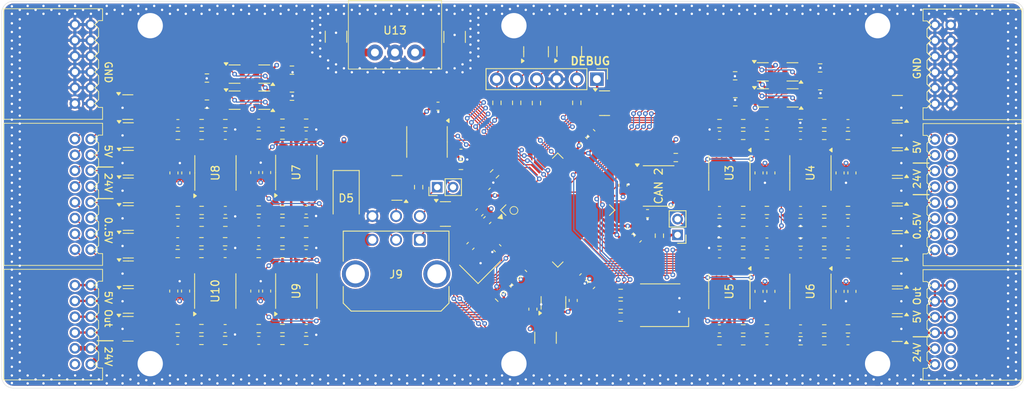
<source format=kicad_pcb>
(kicad_pcb
	(version 20240108)
	(generator "pcbnew")
	(generator_version "8.0")
	(general
		(thickness 1.6)
		(legacy_teardrops no)
	)
	(paper "A4")
	(layers
		(0 "F.Cu" signal)
		(1 "In1.Cu" signal)
		(2 "In2.Cu" signal)
		(31 "B.Cu" signal)
		(32 "B.Adhes" user "B.Adhesive")
		(33 "F.Adhes" user "F.Adhesive")
		(34 "B.Paste" user)
		(35 "F.Paste" user)
		(36 "B.SilkS" user "B.Silkscreen")
		(37 "F.SilkS" user "F.Silkscreen")
		(38 "B.Mask" user)
		(39 "F.Mask" user)
		(40 "Dwgs.User" user "User.Drawings")
		(41 "Cmts.User" user "User.Comments")
		(42 "Eco1.User" user "User.Eco1")
		(43 "Eco2.User" user "User.Eco2")
		(44 "Edge.Cuts" user)
		(45 "Margin" user)
		(46 "B.CrtYd" user "B.Courtyard")
		(47 "F.CrtYd" user "F.Courtyard")
		(48 "B.Fab" user)
		(49 "F.Fab" user)
		(50 "User.1" user)
		(51 "User.2" user)
		(52 "User.3" user)
		(53 "User.4" user)
		(54 "User.5" user)
		(55 "User.6" user)
		(56 "User.7" user)
		(57 "User.8" user)
		(58 "User.9" user)
	)
	(setup
		(stackup
			(layer "F.SilkS"
				(type "Top Silk Screen")
			)
			(layer "F.Paste"
				(type "Top Solder Paste")
			)
			(layer "F.Mask"
				(type "Top Solder Mask")
				(color "Black")
				(thickness 0.01)
			)
			(layer "F.Cu"
				(type "copper")
				(thickness 0.035)
			)
			(layer "dielectric 1"
				(type "prepreg")
				(thickness 0.1)
				(material "FR4")
				(epsilon_r 4.5)
				(loss_tangent 0.02)
			)
			(layer "In1.Cu"
				(type "copper")
				(thickness 0.035)
			)
			(layer "dielectric 2"
				(type "core")
				(thickness 1.24)
				(material "FR4")
				(epsilon_r 4.5)
				(loss_tangent 0.02)
			)
			(layer "In2.Cu"
				(type "copper")
				(thickness 0.035)
			)
			(layer "dielectric 3"
				(type "prepreg")
				(thickness 0.1)
				(material "FR4")
				(epsilon_r 4.5)
				(loss_tangent 0.02)
			)
			(layer "B.Cu"
				(type "copper")
				(thickness 0.035)
			)
			(layer "B.Mask"
				(type "Bottom Solder Mask")
				(color "Black")
				(thickness 0.01)
			)
			(layer "B.Paste"
				(type "Bottom Solder Paste")
			)
			(layer "B.SilkS"
				(type "Bottom Silk Screen")
			)
			(copper_finish "None")
			(dielectric_constraints no)
		)
		(pad_to_mask_clearance 0)
		(allow_soldermask_bridges_in_footprints no)
		(pcbplotparams
			(layerselection 0x00010fc_ffffffff)
			(plot_on_all_layers_selection 0x0000000_00000000)
			(disableapertmacros no)
			(usegerberextensions no)
			(usegerberattributes yes)
			(usegerberadvancedattributes yes)
			(creategerberjobfile yes)
			(dashed_line_dash_ratio 12.000000)
			(dashed_line_gap_ratio 3.000000)
			(svgprecision 4)
			(plotframeref no)
			(viasonmask no)
			(mode 1)
			(useauxorigin no)
			(hpglpennumber 1)
			(hpglpenspeed 20)
			(hpglpendiameter 15.000000)
			(pdf_front_fp_property_popups yes)
			(pdf_back_fp_property_popups yes)
			(dxfpolygonmode yes)
			(dxfimperialunits yes)
			(dxfusepcbnewfont yes)
			(psnegative no)
			(psa4output no)
			(plotreference yes)
			(plotvalue yes)
			(plotfptext yes)
			(plotinvisibletext no)
			(sketchpadsonfab no)
			(subtractmaskfromsilk no)
			(outputformat 1)
			(mirror no)
			(drillshape 1)
			(scaleselection 1)
			(outputdirectory "")
		)
	)
	(net 0 "")
	(net 1 "GND")
	(net 2 "/A8")
	(net 3 "/WS1")
	(net 4 "/A11")
	(net 5 "/A7")
	(net 6 "/A1")
	(net 7 "/STATUS1")
	(net 8 "/A5")
	(net 9 "/A12")
	(net 10 "/D2")
	(net 11 "+3V3")
	(net 12 "/A14")
	(net 13 "/A10")
	(net 14 "/SWDIO")
	(net 15 "/WS2")
	(net 16 "/A13")
	(net 17 "/A16")
	(net 18 "/SWCLK")
	(net 19 "/D5")
	(net 20 "/D1")
	(net 21 "/CAN2_TX")
	(net 22 "/A15")
	(net 23 "/A6")
	(net 24 "/D4")
	(net 25 "/STATUS2")
	(net 26 "/CAN1_RX")
	(net 27 "/A4")
	(net 28 "/CAN1_TX")
	(net 29 "/CAN2_RX")
	(net 30 "/A3")
	(net 31 "/A9")
	(net 32 "/A2")
	(net 33 "/D6")
	(net 34 "/D3")
	(net 35 "Net-(C4-Pad1)")
	(net 36 "Net-(U3A-+)")
	(net 37 "Net-(U3D-+)")
	(net 38 "Net-(U3A--)")
	(net 39 "Net-(U3D--)")
	(net 40 "Net-(U4A-+)")
	(net 41 "Net-(U4D-+)")
	(net 42 "Net-(U4A--)")
	(net 43 "Net-(U4D--)")
	(net 44 "Net-(U5A-+)")
	(net 45 "Net-(U5D-+)")
	(net 46 "Net-(U5A--)")
	(net 47 "Net-(U5D--)")
	(net 48 "Net-(U6A-+)")
	(net 49 "Net-(U6D-+)")
	(net 50 "Net-(U6A--)")
	(net 51 "Net-(C19-Pad1)")
	(net 52 "Net-(U6D--)")
	(net 53 "Net-(C38-Pad1)")
	(net 54 "Net-(U3B-+)")
	(net 55 "Net-(U3C-+)")
	(net 56 "Net-(U4B-+)")
	(net 57 "Net-(U4C-+)")
	(net 58 "Net-(U5B-+)")
	(net 59 "Net-(U5C-+)")
	(net 60 "Net-(U6B-+)")
	(net 61 "Net-(U6C-+)")
	(net 62 "+5V")
	(net 63 "/SWO")
	(net 64 "/NRST")
	(net 65 "/STATUS_B")
	(net 66 "/STATUS_G")
	(net 67 "/STATUS_R")
	(net 68 "Net-(U12-STB)")
	(net 69 "/CAN1_H")
	(net 70 "/CAN1_L")
	(net 71 "/CAN2_L")
	(net 72 "/CAN2_H")
	(net 73 "Net-(U2-PH1)")
	(net 74 "Net-(U2-PH0)")
	(net 75 "Net-(C20-Pad1)")
	(net 76 "Net-(C25-Pad1)")
	(net 77 "Net-(C26-Pad1)")
	(net 78 "Net-(C31-Pad1)")
	(net 79 "Net-(C32-Pad1)")
	(net 80 "Net-(C37-Pad1)")
	(net 81 "Net-(D2-A1)")
	(net 82 "Net-(D2-A2)")
	(net 83 "Net-(D3-A1)")
	(net 84 "Net-(D3-A2)")
	(net 85 "Net-(D4-AR)")
	(net 86 "Net-(D4-AB)")
	(net 87 "Net-(D4-AG)")
	(net 88 "Net-(JP3-A)")
	(net 89 "Net-(JP4-A)")
	(net 90 "Net-(U2-BOOT0)")
	(net 91 "Net-(U11-STB)")
	(net 92 "unconnected-(U1-NC-Pad5)")
	(net 93 "unconnected-(U1-NC-Pad4)")
	(net 94 "unconnected-(U2-PC13-Pad2)")
	(net 95 "unconnected-(U2-PC14-Pad3)")
	(net 96 "unconnected-(U2-PC15-Pad4)")
	(net 97 "+24V")
	(net 98 "/JR1")
	(net 99 "/JR2")
	(net 100 "/JR3")
	(net 101 "/JR4")
	(net 102 "/JR6")
	(net 103 "/JR5")
	(net 104 "/JR7")
	(net 105 "/JR8")
	(net 106 "/JR9")
	(net 107 "/JR10")
	(net 108 "/JR11")
	(net 109 "/JR12")
	(net 110 "/JR13")
	(net 111 "/JR14")
	(net 112 "/JR16")
	(net 113 "/JR15")
	(net 114 "/JL2")
	(net 115 "/JL1")
	(net 116 "/JL3")
	(net 117 "/JL4")
	(net 118 "/JL5")
	(net 119 "/JL6")
	(net 120 "/JL7")
	(net 121 "/JL8")
	(net 122 "/JL9")
	(net 123 "/JL10")
	(net 124 "/JL11")
	(net 125 "/JL12")
	(net 126 "/JL13")
	(net 127 "/JL14")
	(net 128 "/JL15")
	(net 129 "/JL16")
	(net 130 "+24V_IN")
	(net 131 "Net-(U10C-+)")
	(net 132 "Net-(U10B-+)")
	(net 133 "Net-(U10D--)")
	(net 134 "Net-(C62-Pad1)")
	(net 135 "Net-(C61-Pad1)")
	(net 136 "Net-(U10A--)")
	(net 137 "Net-(U10D-+)")
	(net 138 "Net-(U10A-+)")
	(net 139 "Net-(C56-Pad1)")
	(net 140 "Net-(C55-Pad1)")
	(net 141 "Net-(C50-Pad1)")
	(net 142 "Net-(C49-Pad1)")
	(net 143 "Net-(C44-Pad1)")
	(net 144 "Net-(C43-Pad1)")
	(net 145 "Net-(U9C-+)")
	(net 146 "Net-(U9B-+)")
	(net 147 "Net-(U8C-+)")
	(net 148 "Net-(U8B-+)")
	(net 149 "Net-(U7C-+)")
	(net 150 "Net-(U7B-+)")
	(net 151 "Net-(U9D--)")
	(net 152 "Net-(U9A--)")
	(net 153 "Net-(U9D-+)")
	(net 154 "Net-(U9A-+)")
	(net 155 "Net-(U8D--)")
	(net 156 "Net-(U8A--)")
	(net 157 "Net-(U8D-+)")
	(net 158 "Net-(U8A-+)")
	(net 159 "Net-(U7D--)")
	(net 160 "Net-(U7A--)")
	(net 161 "Net-(U7D-+)")
	(net 162 "Net-(U7A-+)")
	(net 163 "unconnected-(D1-A2-Pad2)")
	(footprint "Capacitor_SMD:C_0603_1608Metric" (layer "F.Cu") (at 157.526866 106.646284 135))
	(footprint "Resistor_SMD:R_0603_1608Metric" (layer "F.Cu") (at 182.368303 115.126183 180))
	(footprint "Resistor_SMD:R_0603_1608Metric" (layer "F.Cu") (at 192.618303 115.126183 180))
	(footprint "Resistor_SMD:R_0603_1608Metric" (layer "F.Cu") (at 156.718154 84.999479 -90))
	(footprint "Capacitor_SMD:C_0603_1608Metric" (layer "F.Cu") (at 130.093303 104.086183))
	(footprint "Resistor_SMD:R_0603_1608Metric" (layer "F.Cu") (at 198.618303 113.626183))
	(footprint "Resistor_SMD:R_0603_1608Metric" (layer "F.Cu") (at 124.093303 113.586183 180))
	(footprint "Resistor_SMD:R_0603_1608Metric" (layer "F.Cu") (at 113.843303 104.086183 180))
	(footprint "Capacitor_SMD:C_0603_1608Metric" (layer "F.Cu") (at 114.868303 93.876183 90))
	(footprint "Capacitor_SMD:C_0603_1608Metric" (layer "F.Cu") (at 199.118303 108.876183 -90))
	(footprint "Package_TO_SOT_SMD:SOT-23" (layer "F.Cu") (at 204.868303 96.126183 180))
	(footprint "Capacitor_SMD:C_0603_1608Metric" (layer "F.Cu") (at 124.093303 102.586183))
	(footprint "Resistor_SMD:R_0603_1608Metric" (layer "F.Cu") (at 130.093303 115.086183))
	(footprint "Package_TO_SOT_SMD:SOT-23" (layer "F.Cu") (at 107.593303 89.086183))
	(footprint "Package_TO_SOT_SMD:SOT-23" (layer "F.Cu") (at 167.830803 85.042924))
	(footprint "Resistor_SMD:R_0603_1608Metric" (layer "F.Cu") (at 195.618303 100.126183 180))
	(footprint "Resistor_SMD:R_0603_1608Metric" (layer "F.Cu") (at 154.557018 109.616132 -45))
	(footprint "Resistor_SMD:R_0603_1608Metric" (layer "F.Cu") (at 185.368303 102.626183 180))
	(footprint "Capacitor_SMD:C_0603_1608Metric" (layer "F.Cu") (at 198.618303 115.126183 180))
	(footprint "Capacitor_SMD:C_0603_1608Metric" (layer "F.Cu") (at 163.868303 110.026183 90))
	(footprint "Capacitor_SMD:C_0603_1608Metric" (layer "F.Cu") (at 150.868303 103.126183 -135))
	(footprint "Resistor_SMD:R_0603_1608Metric" (layer "F.Cu") (at 188.368303 113.626183))
	(footprint "Resistor_SMD:R_0603_1608Metric" (layer "F.Cu") (at 192.618303 102.626183 180))
	(footprint "Resistor_SMD:R_0603_1608Metric" (layer "F.Cu") (at 176.843303 91.926183 180))
	(footprint "Resistor_SMD:R_0603_1608Metric" (layer "F.Cu") (at 127.093303 100.076183))
	(footprint "Resistor_SMD:R_0603_1608Metric" (layer "F.Cu") (at 128.293303 84.161183 180))
	(footprint "Resistor_SMD:R_0603_1608Metric" (layer "F.Cu") (at 127.093303 115.086183))
	(footprint "Package_TO_SOT_SMD:SOT-23" (layer "F.Cu") (at 107.593303 92.586183))
	(footprint "Capacitor_SMD:C_0603_1608Metric" (layer "F.Cu") (at 119.868303 89.126183))
	(footprint "Package_TO_SOT_SMD:SOT-23" (layer "F.Cu") (at 204.868303 110.126183 180))
	(footprint "Resistor_SMD:R_0603_1608Metric" (layer "F.Cu") (at 144.318303 95.676183 90))
	(footprint "Capacitor_SMD:C_0603_1608Metric" (layer "F.Cu") (at 188.368303 115.126183 180))
	(footprint "Package_TO_SOT_SMD:SOT-23-5" (layer "F.Cu") (at 161.368303 110.326183 90))
	(footprint "Package_SO:TSSOP-14_4.4x5mm_P0.65mm" (layer "F.Cu") (at 128.843303 93.826183 90))
	(footprint "Package_TO_SOT_SMD:SOT-363_SC-70-6" (layer "F.Cu") (at 121.040767 81.361183))
	(footprint "Package_SO:TSSOP-14_4.4x5mm_P0.65mm" (layer "F.Cu") (at 118.618303 93.876183 90))
	(footprint "Capacitor_SMD:C_0603_1608Metric" (layer "F.Cu") (at 165.145942 107.088225 -135))
	(footprint "Capacitor_SMD:C_0603_1608Metric" (layer "F.Cu") (at 197.618303 108.876183 -90))
	(footprint "Resistor_SMD:R_0603_1608Metric" (layer "F.Cu") (at 182.368303 87.626183 180))
	(footprint "Resistor_SMD:R_0603_1608Metric" (layer "F.Cu") (at 116.843303 113.586183 180))
	(footprint "Package_SO:TSSOP-14_4.4x5mm_P0.65mm"
		(layer "F.Cu")
		(uuid "3ca24658-1952-4f84-9da7-15972e3253fe")
		(at 118.593303 108.836183 90)
		(descr "TSSOP, 14 Pin (JEDEC MO-153 Var AB-1 https://www.jedec.org/document_search?search_api_views_fulltext=MO-153), generated with kicad-footprint-generator ipc_gullwing_generator.py")
		(tags "TSSOP SO")
		(property "Reference" "U10"
			(at 0 0 90)
			(layer "F.SilkS")
			(uuid "bf30ae85-3b1f-4a09-a09b-10f5f8cc36ef")
			(effects
				(font
					(size 1 1)
					(thickness 0.15)
				)
			)
		)
		(property "Value" "TSL6204"
			(at 0 3.45 90)
			(layer "F.Fab")
			(uuid "6c5238f3-d7d3-497b-a3a5-4f10736841f3")
			(effects
				(font
					(size 1 1)
					(thickness 0.15)
				)
			)
		)
		(property "Footprint" "Package_SO:TSSOP-14_4.4x5mm_P0.65mm"
			(at 0 0 90)
			(unlocked yes)
			(layer "F.Fab")
			(hide yes)
			(uuid "457b1603-a39e-4e05-aba8-2b2276e64cfd")
			(effects
				(font
					(size 1.27 1.27)
					(thickness 0.15)
				)
			)
		)
		(property "Datasheet" "https://www.st.com/resource/en/datasheet/tsl6201.pdf"
			(at 0 0 90)
			(unlocked yes)
			(layer "F.Fab")
			(hide yes)
			(uuid "abf6e691-7e4c-4a1d-8d70-4e9ef02c8833")
			(effects
				(font
					(size 1.27 1.27)
					(thickness 0.15)
				)
			)
		)
		(property "Description" "Quad operational amplifier"
			(at 0 0 90)
			(unlocked yes)
			(layer "F.Fab")
			(hide yes)
			(uuid "cc9310dd-1acb-4346-951b-7f579ef4ebf6")
			(effects
				(font
					(size 1.27 1.27)
					(thickness 0.15)
				)
			)
		)
		(property "Sim.Library" "${KICAD7_SYMBOL_DIR}/Simulation_SPICE.sp"
			(at 0 0 90)
			(unlocked yes)
			(layer "F.Fab")
			(hide yes)
			(uuid "12cd0229-f344-41e1-bb8b-9b7b91ac2577")
			(effects
				(font
					(size 1 1)
					(thickness 0.15)
				)
			)
		)
		(property "Sim.Name" "kicad_builtin_opamp_quad"
			(at 0 0 90)
			(unlocked yes)
			(layer "F.Fab")
			(hide yes)
			(uuid "3ffe2d9a-f00e-4a1d-8bbe-c3491596ed80")
			(effects
				(font
					(size 1 1)
					(thickness 0.15)
				)
			)
		)
		(property "Sim.Device" "SUBCKT"
			(at 0 0 90)
			(unlocked yes)
			(layer "F.Fab")
			(hide yes)
			(uuid "aba8062a-b4cc-4367-b769-255c2caf7d6c")
			(effects
				(font
					(size 1 1)
					(thickness 0.15)
				)
			)

... [3066042 chars truncated]
</source>
